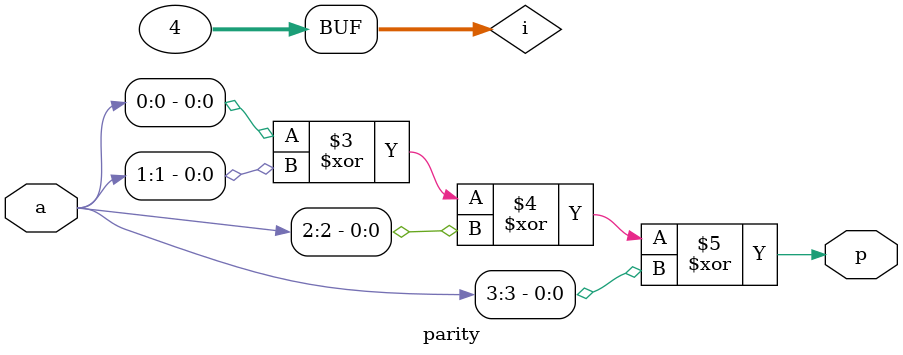
<source format=v>
module parity(a,p);
parameter n = 4;
input [n-1:0]a;
output reg p;
integer i;
always@(*)
begin
p=a[0]^a[1];
for(i=2;i<n;i=i+1)	
	p=p^a[i];
end
endmodule

</source>
